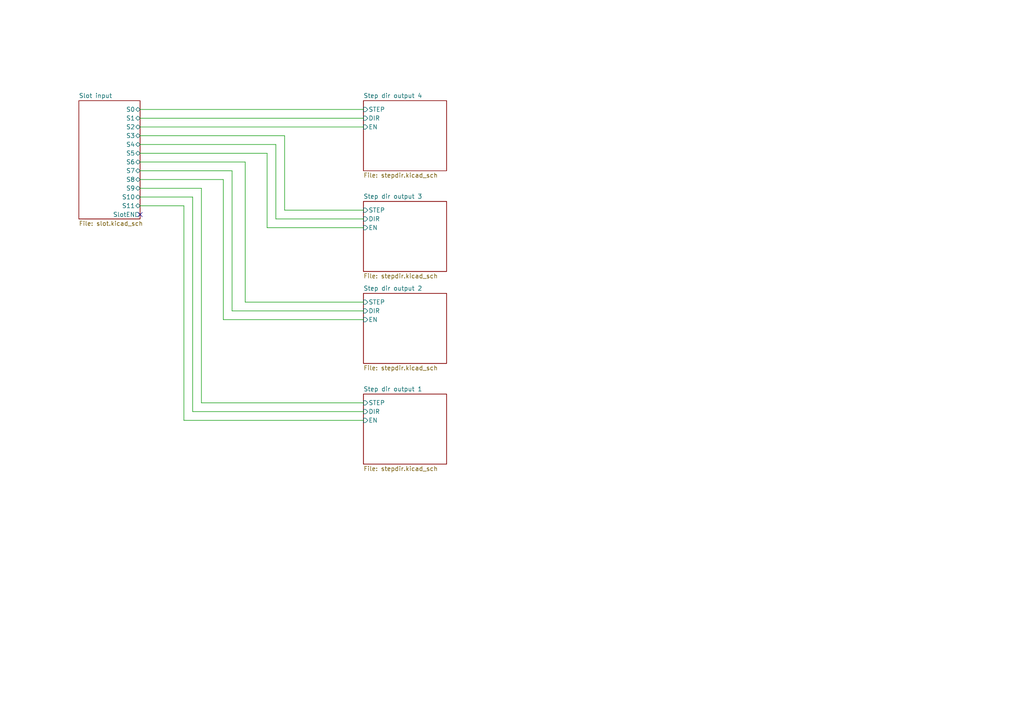
<source format=kicad_sch>
(kicad_sch
	(version 20231120)
	(generator "eeschema")
	(generator_version "8.0")
	(uuid "09587842-9628-4761-8ca3-5c7cdb77bd67")
	(paper "A4")
	(lib_symbols)
	(no_connect
		(at 40.64 62.23)
		(uuid "429f3b63-d11b-45f5-8c9e-76aa1ebba6b9")
	)
	(wire
		(pts
			(xy 105.41 119.38) (xy 55.88 119.38)
		)
		(stroke
			(width 0)
			(type default)
		)
		(uuid "004cb600-5796-410f-bd1e-49ac92e6e1ec")
	)
	(wire
		(pts
			(xy 40.64 54.61) (xy 58.42 54.61)
		)
		(stroke
			(width 0)
			(type default)
		)
		(uuid "0d2bb63d-2b35-4654-bfb7-64fa2f04a994")
	)
	(wire
		(pts
			(xy 40.64 31.75) (xy 105.41 31.75)
		)
		(stroke
			(width 0)
			(type default)
		)
		(uuid "1206ec5a-e7c6-436c-8363-c18c6491d72e")
	)
	(wire
		(pts
			(xy 40.64 34.29) (xy 105.41 34.29)
		)
		(stroke
			(width 0)
			(type default)
		)
		(uuid "1909814e-1c87-4121-9866-3b14d91f3268")
	)
	(wire
		(pts
			(xy 40.64 41.91) (xy 80.01 41.91)
		)
		(stroke
			(width 0)
			(type default)
		)
		(uuid "1a5d22c7-bd93-4a15-94e3-2a476237e258")
	)
	(wire
		(pts
			(xy 67.31 90.17) (xy 105.41 90.17)
		)
		(stroke
			(width 0)
			(type default)
		)
		(uuid "2e3fbc44-70de-4028-a85a-74b08cc29756")
	)
	(wire
		(pts
			(xy 71.12 87.63) (xy 105.41 87.63)
		)
		(stroke
			(width 0)
			(type default)
		)
		(uuid "50f73dea-222e-478b-b11b-ee4209469e8e")
	)
	(wire
		(pts
			(xy 82.55 39.37) (xy 82.55 60.96)
		)
		(stroke
			(width 0)
			(type default)
		)
		(uuid "564c1346-b41e-4677-801f-66f20a40d21f")
	)
	(wire
		(pts
			(xy 40.64 59.69) (xy 53.34 59.69)
		)
		(stroke
			(width 0)
			(type default)
		)
		(uuid "6075ca82-ca91-4191-9f7e-5ce75bd09cc7")
	)
	(wire
		(pts
			(xy 53.34 121.92) (xy 105.41 121.92)
		)
		(stroke
			(width 0)
			(type default)
		)
		(uuid "60d7c61d-a9fe-473d-9a8d-bbec846f6c85")
	)
	(wire
		(pts
			(xy 40.64 46.99) (xy 71.12 46.99)
		)
		(stroke
			(width 0)
			(type default)
		)
		(uuid "6777cfd8-1430-44fa-9aae-626ac5632650")
	)
	(wire
		(pts
			(xy 82.55 60.96) (xy 105.41 60.96)
		)
		(stroke
			(width 0)
			(type default)
		)
		(uuid "69df08db-cebc-4035-9994-85be14787d32")
	)
	(wire
		(pts
			(xy 58.42 54.61) (xy 58.42 116.84)
		)
		(stroke
			(width 0)
			(type default)
		)
		(uuid "6dcee4c1-9c29-43c9-8f8e-e48cf026f9c8")
	)
	(wire
		(pts
			(xy 80.01 63.5) (xy 105.41 63.5)
		)
		(stroke
			(width 0)
			(type default)
		)
		(uuid "7014fdac-7f11-4d08-8a76-b64d7a8c93ad")
	)
	(wire
		(pts
			(xy 55.88 119.38) (xy 55.88 57.15)
		)
		(stroke
			(width 0)
			(type default)
		)
		(uuid "7f04eff6-04e6-4711-8a9f-3f7c56c19a94")
	)
	(wire
		(pts
			(xy 77.47 44.45) (xy 77.47 66.04)
		)
		(stroke
			(width 0)
			(type default)
		)
		(uuid "8ebcc937-94f2-4389-918f-7078ceacd7c3")
	)
	(wire
		(pts
			(xy 40.64 39.37) (xy 82.55 39.37)
		)
		(stroke
			(width 0)
			(type default)
		)
		(uuid "8f7c1a64-5d34-4000-935d-327bfab2d09a")
	)
	(wire
		(pts
			(xy 40.64 36.83) (xy 105.41 36.83)
		)
		(stroke
			(width 0)
			(type default)
		)
		(uuid "9e32cbdf-4e55-41b1-bae1-6527486e58c2")
	)
	(wire
		(pts
			(xy 67.31 49.53) (xy 67.31 90.17)
		)
		(stroke
			(width 0)
			(type default)
		)
		(uuid "a76f51b2-b691-4f89-9b82-4c59f40c8633")
	)
	(wire
		(pts
			(xy 71.12 46.99) (xy 71.12 87.63)
		)
		(stroke
			(width 0)
			(type default)
		)
		(uuid "ad82695a-0149-40ee-b778-96f69e38ad06")
	)
	(wire
		(pts
			(xy 53.34 59.69) (xy 53.34 121.92)
		)
		(stroke
			(width 0)
			(type default)
		)
		(uuid "adab50ad-df7a-4136-8544-95ec3c697510")
	)
	(wire
		(pts
			(xy 80.01 41.91) (xy 80.01 63.5)
		)
		(stroke
			(width 0)
			(type default)
		)
		(uuid "b120bb90-d1f5-4026-9c4b-354eacbdf8bd")
	)
	(wire
		(pts
			(xy 64.77 52.07) (xy 40.64 52.07)
		)
		(stroke
			(width 0)
			(type default)
		)
		(uuid "b8e8fc21-28ac-41f2-92a7-fb0fbca07115")
	)
	(wire
		(pts
			(xy 77.47 66.04) (xy 105.41 66.04)
		)
		(stroke
			(width 0)
			(type default)
		)
		(uuid "bd665399-6bb1-4fa6-a0af-5157d2cfddde")
	)
	(wire
		(pts
			(xy 40.64 49.53) (xy 67.31 49.53)
		)
		(stroke
			(width 0)
			(type default)
		)
		(uuid "cd4d9a0c-ef5c-4484-8f9d-0576523c20c1")
	)
	(wire
		(pts
			(xy 64.77 92.71) (xy 64.77 52.07)
		)
		(stroke
			(width 0)
			(type default)
		)
		(uuid "d126be06-402c-4c41-972a-136d7f719c88")
	)
	(wire
		(pts
			(xy 58.42 116.84) (xy 105.41 116.84)
		)
		(stroke
			(width 0)
			(type default)
		)
		(uuid "e0a99523-8546-464a-8d74-125f1031b8d9")
	)
	(wire
		(pts
			(xy 55.88 57.15) (xy 40.64 57.15)
		)
		(stroke
			(width 0)
			(type default)
		)
		(uuid "ec71da16-4566-4a12-9f67-78483e81f71b")
	)
	(wire
		(pts
			(xy 40.64 44.45) (xy 77.47 44.45)
		)
		(stroke
			(width 0)
			(type default)
		)
		(uuid "f47ed00d-0fc7-4f1a-8a79-23d2c56a42f5")
	)
	(wire
		(pts
			(xy 105.41 92.71) (xy 64.77 92.71)
		)
		(stroke
			(width 0)
			(type default)
		)
		(uuid "f8ec731b-d6d7-448a-86ed-4b6346fed501")
	)
	(sheet
		(at 105.41 85.09)
		(size 24.13 20.32)
		(fields_autoplaced yes)
		(stroke
			(width 0.1524)
			(type solid)
		)
		(fill
			(color 0 0 0 0.0000)
		)
		(uuid "05836d8b-9c0a-4ec5-b5c3-59f72c542683")
		(property "Sheetname" "Step dir output 2"
			(at 105.41 84.3784 0)
			(effects
				(font
					(size 1.27 1.27)
				)
				(justify left bottom)
			)
		)
		(property "Sheetfile" "stepdir.kicad_sch"
			(at 105.41 105.9946 0)
			(effects
				(font
					(size 1.27 1.27)
				)
				(justify left top)
			)
		)
		(pin "STEP" input
			(at 105.41 87.63 180)
			(effects
				(font
					(size 1.27 1.27)
				)
				(justify left)
			)
			(uuid "5e3961f1-0fdb-4f78-8054-e6a44c0cebf2")
		)
		(pin "EN" input
			(at 105.41 92.71 180)
			(effects
				(font
					(size 1.27 1.27)
				)
				(justify left)
			)
			(uuid "ee0160dc-05a1-43cf-9dbf-de25091565cd")
		)
		(pin "DIR" input
			(at 105.41 90.17 180)
			(effects
				(font
					(size 1.27 1.27)
				)
				(justify left)
			)
			(uuid "cb786656-c4d3-4963-9673-c43ce30daa2b")
		)
		(instances
			(project "rioctrl-stepdir4"
				(path "/09587842-9628-4761-8ca3-5c7cdb77bd67"
					(page "5")
				)
			)
		)
	)
	(sheet
		(at 105.41 114.3)
		(size 24.13 20.32)
		(fields_autoplaced yes)
		(stroke
			(width 0.1524)
			(type solid)
		)
		(fill
			(color 0 0 0 0.0000)
		)
		(uuid "37660470-539d-4ef0-8319-4a3363bab027")
		(property "Sheetname" "Step dir output 1"
			(at 105.41 113.5884 0)
			(effects
				(font
					(size 1.27 1.27)
				)
				(justify left bottom)
			)
		)
		(property "Sheetfile" "stepdir.kicad_sch"
			(at 105.41 135.2046 0)
			(effects
				(font
					(size 1.27 1.27)
				)
				(justify left top)
			)
		)
		(pin "STEP" input
			(at 105.41 116.84 180)
			(effects
				(font
					(size 1.27 1.27)
				)
				(justify left)
			)
			(uuid "f8086ee4-cbaa-4a87-8986-d0bf71750605")
		)
		(pin "EN" input
			(at 105.41 121.92 180)
			(effects
				(font
					(size 1.27 1.27)
				)
				(justify left)
			)
			(uuid "014119ca-0777-49ab-9174-fa555459ae95")
		)
		(pin "DIR" input
			(at 105.41 119.38 180)
			(effects
				(font
					(size 1.27 1.27)
				)
				(justify left)
			)
			(uuid "1c1ffb65-0410-4e04-8534-eaea5e8f9b63")
		)
		(instances
			(project "rioctrl-stepdir4"
				(path "/09587842-9628-4761-8ca3-5c7cdb77bd67"
					(page "6")
				)
			)
		)
	)
	(sheet
		(at 22.86 29.21)
		(size 17.78 34.29)
		(fields_autoplaced yes)
		(stroke
			(width 0.1524)
			(type solid)
		)
		(fill
			(color 0 0 0 0.0000)
		)
		(uuid "37e028e8-dcad-4a75-b244-5f607e32f85e")
		(property "Sheetname" "Slot input"
			(at 22.86 28.4984 0)
			(effects
				(font
					(size 1.27 1.27)
				)
				(justify left bottom)
			)
		)
		(property "Sheetfile" "slot.kicad_sch"
			(at 22.86 64.0846 0)
			(effects
				(font
					(size 1.27 1.27)
				)
				(justify left top)
			)
		)
		(pin "S0" bidirectional
			(at 40.64 31.75 0)
			(effects
				(font
					(size 1.27 1.27)
				)
				(justify right)
			)
			(uuid "90ed7116-71c6-4855-8cda-04d3d27b64be")
		)
		(pin "S1" bidirectional
			(at 40.64 34.29 0)
			(effects
				(font
					(size 1.27 1.27)
				)
				(justify right)
			)
			(uuid "7eaa535e-e115-4d73-bd58-9642f2f3bb9e")
		)
		(pin "S2" bidirectional
			(at 40.64 36.83 0)
			(effects
				(font
					(size 1.27 1.27)
				)
				(justify right)
			)
			(uuid "2585a19c-bdf9-474f-9958-394272b90c10")
		)
		(pin "S3" bidirectional
			(at 40.64 39.37 0)
			(effects
				(font
					(size 1.27 1.27)
				)
				(justify right)
			)
			(uuid "e5464932-f64a-4ebb-9281-4c78b79f050c")
		)
		(pin "S4" bidirectional
			(at 40.64 41.91 0)
			(effects
				(font
					(size 1.27 1.27)
				)
				(justify right)
			)
			(uuid "d39af4fd-129a-478b-bf87-5fc58b9c5b04")
		)
		(pin "SlotEN" output
			(at 40.64 62.23 0)
			(effects
				(font
					(size 1.27 1.27)
				)
				(justify right)
			)
			(uuid "3cbed03b-5ac7-45e1-8500-0bc0a4a42cae")
		)
		(pin "S5" bidirectional
			(at 40.64 44.45 0)
			(effects
				(font
					(size 1.27 1.27)
				)
				(justify right)
			)
			(uuid "0ba04a16-c8f1-4ce9-b8ce-1aea4189c19c")
		)
		(pin "S6" bidirectional
			(at 40.64 46.99 0)
			(effects
				(font
					(size 1.27 1.27)
				)
				(justify right)
			)
			(uuid "5ba8d707-3334-47a5-8929-ed4aeaca82e9")
		)
		(pin "S9" bidirectional
			(at 40.64 54.61 0)
			(effects
				(font
					(size 1.27 1.27)
				)
				(justify right)
			)
			(uuid "d8085406-4470-4666-8539-a5d4dc5d5eca")
		)
		(pin "S7" bidirectional
			(at 40.64 49.53 0)
			(effects
				(font
					(size 1.27 1.27)
				)
				(justify right)
			)
			(uuid "4eadc58b-a5b3-40ac-9f10-6b7facd6f025")
		)
		(pin "S8" bidirectional
			(at 40.64 52.07 0)
			(effects
				(font
					(size 1.27 1.27)
				)
				(justify right)
			)
			(uuid "02cc6822-9b5c-4306-b1e6-f7b53b6bad8d")
		)
		(pin "S11" bidirectional
			(at 40.64 59.69 0)
			(effects
				(font
					(size 1.27 1.27)
				)
				(justify right)
			)
			(uuid "bd1b6d48-327d-4241-b738-8c4d8b707798")
		)
		(pin "S10" bidirectional
			(at 40.64 57.15 0)
			(effects
				(font
					(size 1.27 1.27)
				)
				(justify right)
			)
			(uuid "2f52d026-3edd-4b87-bf7b-f30668d9fb03")
		)
		(instances
			(project "rioctrl-stepdir4"
				(path "/09587842-9628-4761-8ca3-5c7cdb77bd67"
					(page "2")
				)
			)
		)
	)
	(sheet
		(at 105.41 58.42)
		(size 24.13 20.32)
		(fields_autoplaced yes)
		(stroke
			(width 0.1524)
			(type solid)
		)
		(fill
			(color 0 0 0 0.0000)
		)
		(uuid "6edbf5bb-a097-4513-bbfc-fc51b4716a77")
		(property "Sheetname" "Step dir output 3"
			(at 105.41 57.7084 0)
			(effects
				(font
					(size 1.27 1.27)
				)
				(justify left bottom)
			)
		)
		(property "Sheetfile" "stepdir.kicad_sch"
			(at 105.41 79.3246 0)
			(effects
				(font
					(size 1.27 1.27)
				)
				(justify left top)
			)
		)
		(pin "STEP" input
			(at 105.41 60.96 180)
			(effects
				(font
					(size 1.27 1.27)
				)
				(justify left)
			)
			(uuid "a1ba7c9d-4807-4baf-9d54-b398b4002e14")
		)
		(pin "EN" input
			(at 105.41 66.04 180)
			(effects
				(font
					(size 1.27 1.27)
				)
				(justify left)
			)
			(uuid "ad27311a-0842-4b1d-a534-a9d4eb460c06")
		)
		(pin "DIR" input
			(at 105.41 63.5 180)
			(effects
				(font
					(size 1.27 1.27)
				)
				(justify left)
			)
			(uuid "a49aff07-0773-4040-ab1a-f196607ec16d")
		)
		(instances
			(project "rioctrl-stepdir4"
				(path "/09587842-9628-4761-8ca3-5c7cdb77bd67"
					(page "4")
				)
			)
		)
	)
	(sheet
		(at 105.41 29.21)
		(size 24.13 20.32)
		(fields_autoplaced yes)
		(stroke
			(width 0.1524)
			(type solid)
		)
		(fill
			(color 0 0 0 0.0000)
		)
		(uuid "eebf3392-0a38-4e82-919d-cd3d193b6f43")
		(property "Sheetname" "Step dir output 4"
			(at 105.41 28.4984 0)
			(effects
				(font
					(size 1.27 1.27)
				)
				(justify left bottom)
			)
		)
		(property "Sheetfile" "stepdir.kicad_sch"
			(at 105.41 50.1146 0)
			(effects
				(font
					(size 1.27 1.27)
				)
				(justify left top)
			)
		)
		(pin "STEP" input
			(at 105.41 31.75 180)
			(effects
				(font
					(size 1.27 1.27)
				)
				(justify left)
			)
			(uuid "6bc72bee-c0a4-4a95-96d2-4d6b0a1696bb")
		)
		(pin "EN" input
			(at 105.41 36.83 180)
			(effects
				(font
					(size 1.27 1.27)
				)
				(justify left)
			)
			(uuid "91e05f0f-507e-4b79-b5de-4af39b3fa226")
		)
		(pin "DIR" input
			(at 105.41 34.29 180)
			(effects
				(font
					(size 1.27 1.27)
				)
				(justify left)
			)
			(uuid "f3845dad-14f9-4079-85b4-b4facafda9ad")
		)
		(instances
			(project "rioctrl-stepdir4"
				(path "/09587842-9628-4761-8ca3-5c7cdb77bd67"
					(page "3")
				)
			)
		)
	)
	(sheet_instances
		(path "/"
			(page "1")
		)
	)
)

</source>
